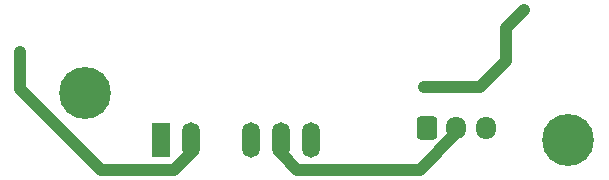
<source format=gbl>
G04 #@! TF.GenerationSoftware,KiCad,Pcbnew,6.0.4-6f826c9f35~116~ubuntu18.04.1*
G04 #@! TF.CreationDate,2022-04-21T19:50:10+02:00*
G04 #@! TF.ProjectId,PSU_DCDC_1,5053555f-4443-4444-935f-312e6b696361,rev?*
G04 #@! TF.SameCoordinates,Original*
G04 #@! TF.FileFunction,Copper,L2,Bot*
G04 #@! TF.FilePolarity,Positive*
%FSLAX46Y46*%
G04 Gerber Fmt 4.6, Leading zero omitted, Abs format (unit mm)*
G04 Created by KiCad (PCBNEW 6.0.4-6f826c9f35~116~ubuntu18.04.1) date 2022-04-21 19:50:10*
%MOMM*%
%LPD*%
G01*
G04 APERTURE LIST*
G04 Aperture macros list*
%AMRoundRect*
0 Rectangle with rounded corners*
0 $1 Rounding radius*
0 $2 $3 $4 $5 $6 $7 $8 $9 X,Y pos of 4 corners*
0 Add a 4 corners polygon primitive as box body*
4,1,4,$2,$3,$4,$5,$6,$7,$8,$9,$2,$3,0*
0 Add four circle primitives for the rounded corners*
1,1,$1+$1,$2,$3*
1,1,$1+$1,$4,$5*
1,1,$1+$1,$6,$7*
1,1,$1+$1,$8,$9*
0 Add four rect primitives between the rounded corners*
20,1,$1+$1,$2,$3,$4,$5,0*
20,1,$1+$1,$4,$5,$6,$7,0*
20,1,$1+$1,$6,$7,$8,$9,0*
20,1,$1+$1,$8,$9,$2,$3,0*%
G04 Aperture macros list end*
G04 #@! TA.AperFunction,ComponentPad*
%ADD10R,1.500000X3.000000*%
G04 #@! TD*
G04 #@! TA.AperFunction,ComponentPad*
%ADD11O,1.500000X3.000000*%
G04 #@! TD*
G04 #@! TA.AperFunction,ComponentPad*
%ADD12C,0.700000*%
G04 #@! TD*
G04 #@! TA.AperFunction,ComponentPad*
%ADD13C,4.400000*%
G04 #@! TD*
G04 #@! TA.AperFunction,ComponentPad*
%ADD14RoundRect,0.250000X-0.600000X-0.725000X0.600000X-0.725000X0.600000X0.725000X-0.600000X0.725000X0*%
G04 #@! TD*
G04 #@! TA.AperFunction,ComponentPad*
%ADD15O,1.700000X1.950000*%
G04 #@! TD*
G04 #@! TA.AperFunction,ViaPad*
%ADD16C,0.800000*%
G04 #@! TD*
G04 #@! TA.AperFunction,ViaPad*
%ADD17C,1.000000*%
G04 #@! TD*
G04 #@! TA.AperFunction,Conductor*
%ADD18C,1.000000*%
G04 #@! TD*
G04 APERTURE END LIST*
D10*
G04 #@! TO.P,PS1,1,+Vin*
G04 #@! TO.N,Net-(J2-Pad1)*
X133377500Y-104000000D03*
D11*
G04 #@! TO.P,PS1,2,-Vin*
G04 #@! TO.N,Net-(J2-Pad4)*
X135917500Y-104000000D03*
G04 #@! TO.P,PS1,4,-Vout*
G04 #@! TO.N,/out-*
X140997500Y-104000000D03*
G04 #@! TO.P,PS1,5,0V*
G04 #@! TO.N,/out0*
X143537500Y-104000000D03*
G04 #@! TO.P,PS1,6,+Vout*
G04 #@! TO.N,/out+*
X146077500Y-104000000D03*
G04 #@! TD*
D12*
G04 #@! TO.P,REF\u002A\u002A,1*
G04 #@! TO.N,N/C*
X128166726Y-101166726D03*
X125833274Y-98833274D03*
X128166726Y-98833274D03*
X125833274Y-101166726D03*
X128650000Y-100000000D03*
D13*
X127000000Y-100000000D03*
D12*
X127000000Y-98350000D03*
X125350000Y-100000000D03*
X127000000Y-101650000D03*
G04 #@! TD*
D14*
G04 #@! TO.P,J3,1,Pin_1*
G04 #@! TO.N,Net-(D2-Pad2)*
X155900000Y-103000000D03*
D15*
G04 #@! TO.P,J3,2,Pin_2*
G04 #@! TO.N,/out0*
X158400000Y-103000000D03*
G04 #@! TO.P,J3,3,Pin_3*
G04 #@! TO.N,Net-(D1-Pad1)*
X160900000Y-103000000D03*
G04 #@! TD*
D12*
G04 #@! TO.P,REF\u002A\u002A,1*
G04 #@! TO.N,N/C*
X169066726Y-105166726D03*
X169066726Y-102833274D03*
X169550000Y-104000000D03*
X167900000Y-102350000D03*
D13*
X167900000Y-104000000D03*
D12*
X166733274Y-105166726D03*
X166250000Y-104000000D03*
X166733274Y-102833274D03*
X167900000Y-105650000D03*
G04 #@! TD*
D16*
G04 #@! TO.N,/out+*
X164150000Y-93000000D03*
X155650000Y-99500000D03*
D17*
G04 #@! TO.N,Net-(J2-Pad4)*
X121500000Y-96500000D03*
G04 #@! TD*
D18*
G04 #@! TO.N,/out0*
X143537500Y-105087500D02*
X144950000Y-106500000D01*
X143537500Y-104000000D02*
X143537500Y-105087500D01*
X144950000Y-106500000D02*
X155300000Y-106500000D01*
X155300000Y-106500000D02*
X158400000Y-103400000D01*
X158400000Y-103400000D02*
X158400000Y-103000000D01*
G04 #@! TO.N,/out+*
X160400000Y-99500000D02*
X162650000Y-97250000D01*
X162650000Y-94500000D02*
X164150000Y-93000000D01*
X162650000Y-97250000D02*
X162650000Y-94500000D01*
X155650000Y-99500000D02*
X160400000Y-99500000D01*
G04 #@! TO.N,Net-(J2-Pad4)*
X135917500Y-104000000D02*
X135917500Y-105082500D01*
X121500000Y-99700000D02*
X121500000Y-96500000D01*
X135917500Y-105082500D02*
X134500000Y-106500000D01*
X134500000Y-106500000D02*
X128300000Y-106500000D01*
X128300000Y-106500000D02*
X121500000Y-99700000D01*
G04 #@! TD*
M02*

</source>
